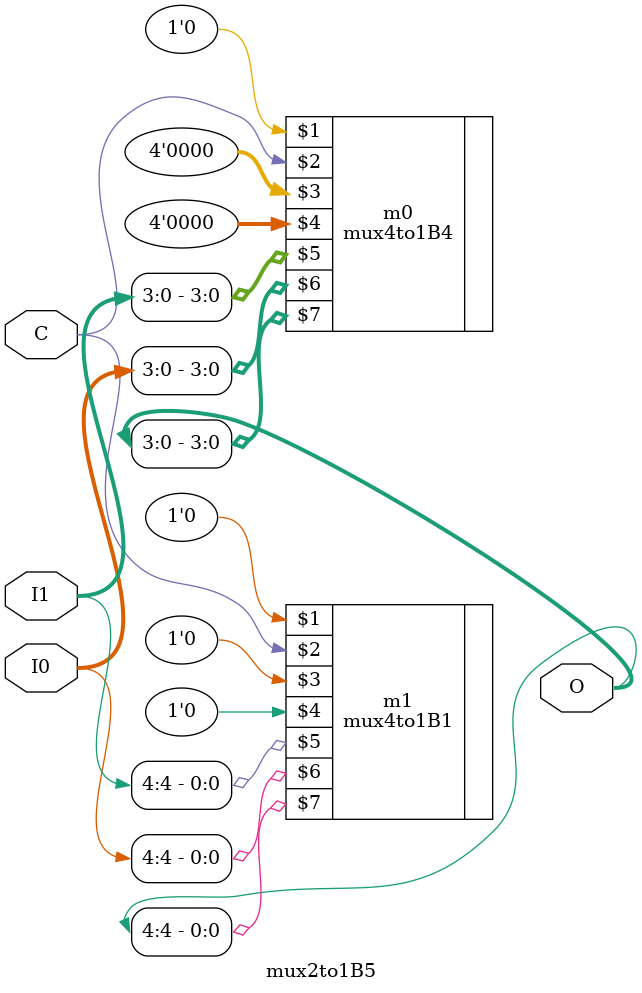
<source format=sv>
module mux2to1B5 (input logic C,
		  input logic [4:0] I1, 
		  input logic [4:0] I0, 
		  output logic [4:0] O);
   
	mux4to1B4 m0(1'b0,C,4'b0,4'b0,I1[3:0],I0[3:0],O[3:0]);
	mux4to1B1 m1(1'b0,C,1'b0,1'b0,I1[4:4],I0[4:4],O[4:4]);
	

endmodule
</source>
